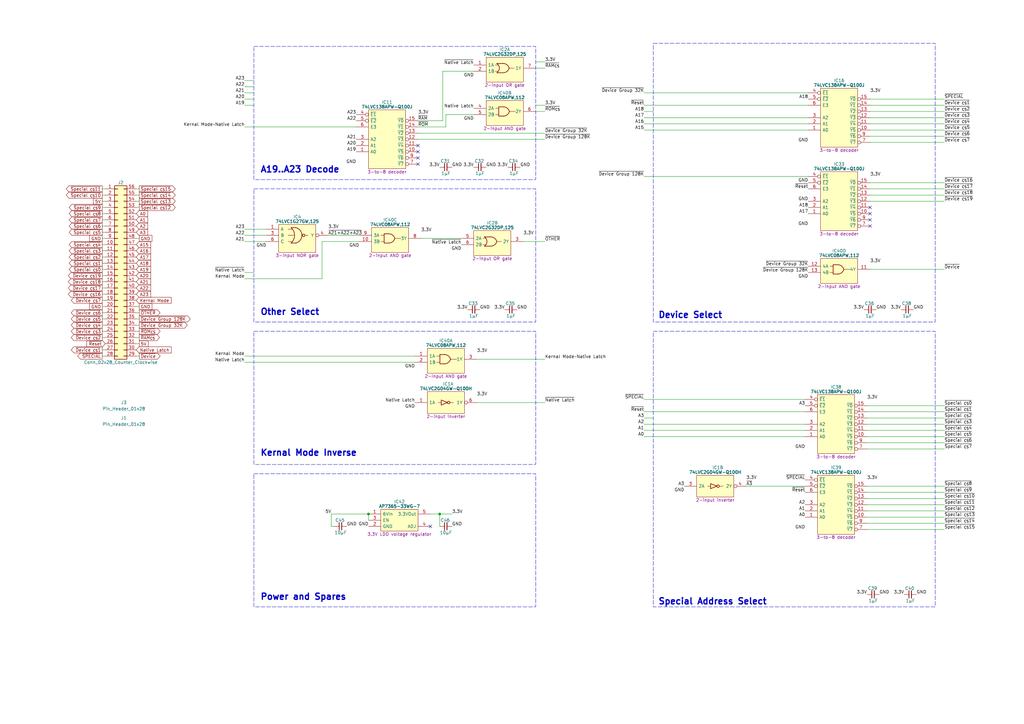
<source format=kicad_sch>
(kicad_sch (version 20231120) (generator "eeschema") (generator_version "8.0")
  (paper "A3")
  (title_block (title "MPU Address Decode") (date "2024-02-13") (rev "V1"))
  (lib_symbols
    (symbol "Connector_Generic:Conn_02x28_Counter_Clockwise" (pin_names (offset 1.016) hide)
      (property "Reference" "J" (at 1.27 35.56 0))
      (property "Value" "Conn_02x28_Counter_Clockwise" (at 1.27 -38.1 0))
      (symbol "Conn_02x28_Counter_Clockwise_1_1"
        (pin passive line (at -5.08 33.02 0) (length 3.81) (name "Pin_1") (number "1"))
        (pin passive line (at -5.08 10.16 0) (length 3.81) (name "Pin_10") (number "10"))
        (pin passive line (at -5.08 7.62 0) (length 3.81) (name "Pin_11") (number "11"))
        (pin passive line (at -5.08 5.08 0) (length 3.81) (name "Pin_12") (number "12"))
        (pin passive line (at -5.08 2.54 0) (length 3.81) (name "Pin_13") (number "13"))
        (pin passive line (at -5.08 0 0) (length 3.81) (name "Pin_14") (number "14"))
        (pin passive line (at -5.08 -2.54 0) (length 3.81) (name "Pin_15") (number "15"))
        (pin passive line (at -5.08 -5.08 0) (length 3.81) (name "Pin_16") (number "16"))
        (pin passive line (at -5.08 -7.62 0) (length 3.81) (name "Pin_17") (number "17"))
        (pin passive line (at -5.08 -10.16 0) (length 3.81) (name "Pin_18") (number "18"))
        (pin passive line (at -5.08 -12.7 0) (length 3.81) (name "Pin_19") (number "19"))
        (pin passive line (at -5.08 30.48 0) (length 3.81) (name "Pin_2") (number "2"))
        (pin passive line (at -5.08 -15.24 0) (length 3.81) (name "Pin_20") (number "20"))
        (pin passive line (at -5.08 -17.78 0) (length 3.81) (name "Pin_21") (number "21"))
        (pin passive line (at -5.08 -20.32 0) (length 3.81) (name "Pin_22") (number "22"))
        (pin passive line (at -5.08 -22.86 0) (length 3.81) (name "Pin_23") (number "23"))
        (pin passive line (at -5.08 -25.4 0) (length 3.81) (name "Pin_24") (number "24"))
        (pin passive line (at -5.08 -27.94 0) (length 3.81) (name "Pin_25") (number "25"))
        (pin passive line (at -5.08 -30.48 0) (length 3.81) (name "Pin_26") (number "26"))
        (pin passive line (at -5.08 -33.02 0) (length 3.81) (name "Pin_27") (number "27"))
        (pin passive line (at -5.08 -35.56 0) (length 3.81) (name "Pin_28") (number "28"))
        (pin passive line (at 7.62 -35.56 180) (length 3.81) (name "Pin_29") (number "29"))
        (pin passive line (at -5.08 27.94 0) (length 3.81) (name "Pin_3") (number "3"))
        (pin passive line (at 7.62 -33.02 180) (length 3.81) (name "Pin_30") (number "30"))
        (pin passive line (at 7.62 -30.48 180) (length 3.81) (name "Pin_31") (number "31"))
        (pin passive line (at 7.62 -27.94 180) (length 3.81) (name "Pin_32") (number "32"))
        (pin passive line (at 7.62 -25.4 180) (length 3.81) (name "Pin_33") (number "33"))
        (pin passive line (at 7.62 -22.86 180) (length 3.81) (name "Pin_34") (number "34"))
        (pin passive line (at 7.62 -20.32 180) (length 3.81) (name "Pin_35") (number "35"))
        (pin passive line (at 7.62 -17.78 180) (length 3.81) (name "Pin_36") (number "36"))
        (pin passive line (at 7.62 -15.24 180) (length 3.81) (name "Pin_37") (number "37"))
        (pin passive line (at 7.62 -12.7 180) (length 3.81) (name "Pin_38") (number "38"))
        (pin passive line (at 7.62 -10.16 180) (length 3.81) (name "Pin_39") (number "39"))
        (pin passive line (at -5.08 25.4 0) (length 3.81) (name "Pin_4") (number "4"))
        (pin passive line (at 7.62 -7.62 180) (length 3.81) (name "Pin_40") (number "40"))
        (pin passive line (at 7.62 -5.08 180) (length 3.81) (name "Pin_41") (number "41"))
        (pin passive line (at 7.62 -2.54 180) (length 3.81) (name "Pin_42") (number "42"))
        (pin passive line (at 7.62 0 180) (length 3.81) (name "Pin_43") (number "43"))
        (pin passive line (at 7.62 2.54 180) (length 3.81) (name "Pin_44") (number "44"))
        (pin passive line (at 7.62 5.08 180) (length 3.81) (name "Pin_45") (number "45"))
        (pin passive line (at 7.62 7.62 180) (length 3.81) (name "Pin_46") (number "46"))
        (pin passive line (at 7.62 10.16 180) (length 3.81) (name "Pin_47") (number "47"))
        (pin passive line (at 7.62 12.7 180) (length 3.81) (name "Pin_48") (number "48"))
        (pin passive line (at 7.62 15.24 180) (length 3.81) (name "Pin_49") (number "49"))
        (pin passive line (at -5.08 22.86 0) (length 3.81) (name "Pin_5") (number "5"))
        (pin passive line (at 7.62 17.78 180) (length 3.81) (name "Pin_50") (number "50"))
        (pin passive line (at 7.62 20.32 180) (length 3.81) (name "Pin_51") (number "51"))
        (pin passive line (at 7.62 22.86 180) (length 3.81) (name "Pin_52") (number "52"))
        (pin passive line (at 7.62 25.4 180) (length 3.81) (name "Pin_53") (number "53"))
        (pin passive line (at 7.62 27.94 180) (length 3.81) (name "Pin_54") (number "54"))
        (pin passive line (at 7.62 30.48 180) (length 3.81) (name "Pin_55") (number "55"))
        (pin passive line (at 7.62 33.02 180) (length 3.81) (name "Pin_56") (number "56"))
        (pin passive line (at -5.08 20.32 0) (length 3.81) (name "Pin_6") (number "6"))
        (pin passive line (at -5.08 17.78 0) (length 3.81) (name "Pin_7") (number "7"))
        (pin passive line (at -5.08 15.24 0) (length 3.81) (name "Pin_8") (number "8"))
        (pin passive line (at -5.08 12.7 0) (length 3.81) (name "Pin_9") (number "9"))
      )
    )
    (symbol "Diodes_Inc:AP7365-33WG-7" (pin_names (offset 0.762))
      (property "Reference" "IC" (at 12.7 5.08 0))
      (property "Value" "AP7365-33WG-7" (at 12.7 3.175 0))
      (property "Description" "3.3V LDO voltage regulator" (at 12.7 -8.255 0))
      (symbol "AP7365-33WG-7_0_0"
        (pin passive line (at 0 -5.08 0) (length 5.08) (name "GND") (number "2"))
        (pin input line (at 0 -2.54 0) (length 5.08) (name "EN") (number "3"))
        (pin passive line (at 25.4 -5.08 180) (length 5.08) (name "ADJ") (number "4"))
      )
      (symbol "AP7365-33WG-7_1_0"
        (pin passive line (at 0 0 0) (length 5.08) (name "6VIn") (number "1"))
        (pin passive line (at 25.4 0 180) (length 5.08) (name "3.3VOut") (number "5"))
      )
    )
    (symbol "HCP65:C_0805" (pin_numbers hide) (pin_names (offset 0.254) hide)
      (property "Reference" "C" (at 2.286 2.54 0))
      (property "Value" "?μF" (at 2.54 -2.54 0))
      (symbol "C_0805_1_1"
        (pin passive line (at 0 0 0) (length 2.032) (name "~") (number "1"))
        (pin passive line (at 5.08 0 180) (length 2.032) (name "~") (number "2"))
      )
    )
    (symbol "HCP65:Pin_Header_01x32" (pin_names (offset 1.016) hide)
      (property "Reference" "J" (at 0 1.27 0))
      (property "Value" "Pin_Header_01x32" (at 0 -1.27 0))
    )
    (symbol "Nexperia:74LVC08APW,112_Multi" (pin_names (offset 0.762))
      (property "Reference" "IC" (at 12.7 6.35 0))
      (property "Value" "74LVC08APW,112" (at 12.7 4.445 0))
      (property "Description" "2-input AND gate" (at 12.7 -8.255 0))
      (symbol "74LVC08APW,112_Multi_0_0"
        (pin passive line (at 25.4 1.27 180) (length 5.08) hide (name "3V") (number "14"))
        (pin passive line (at 0 -5.08 0) (length 5.08) hide (name "GND") (number "7"))
      )
      (symbol "74LVC08APW,112_Multi_1_0"
        (pin input line (at 0 0 0) (length 5.08) (name "1A") (number "1"))
        (pin input line (at 0 -2.54 0) (length 5.08) (name "1B") (number "2"))
        (pin passive line (at 25.4 -1.27 180) (length 5.08) (name "1Y") (number "3"))
      )
      (symbol "74LVC08APW,112_Multi_2_0"
        (pin input line (at 0 0 0) (length 5.08) (name "2A") (number "4"))
        (pin input line (at 0 -2.54 0) (length 5.08) (name "2B") (number "5"))
        (pin output line (at 25.4 -1.27 180) (length 5.08) (name "2Y") (number "6"))
      )
      (symbol "74LVC08APW,112_Multi_3_0"
        (pin input line (at 0 -2.54 0) (length 5.08) (name "3B") (number "10"))
        (pin output line (at 25.4 -1.27 180) (length 5.08) (name "3Y") (number "8"))
        (pin input line (at 0 0 0) (length 5.08) (name "3A") (number "9"))
      )
      (symbol "74LVC08APW,112_Multi_4_0"
        (pin output line (at 25.4 -1.27 180) (length 5.08) (name "4Y") (number "11"))
        (pin input line (at 0 0 0) (length 5.08) (name "4A") (number "12"))
        (pin input line (at 0 -2.54 0) (length 5.08) (name "4B") (number "13"))
      )
    )
    (symbol "Nexperia:74LVC138APW-Q100J" (pin_names (offset 0.762))
      (property "Reference" "IC" (at 12.7 3.175 0))
      (property "Value" "74LVC138APW-Q100J" (at 12.7 1.27 0))
      (property "Description" "3-to-8 decoder" (at 12.7 -25.4 0))
      (symbol "74LVC138APW-Q100J_0_0"
        (pin input line (at 0 -17.145 0) (length 5.08) (name "A0") (number "1"))
        (pin output inverted (at 25.4 -17.145 180) (length 5.08) (name "~{Y5}") (number "10"))
        (pin output inverted (at 25.4 -14.605 180) (length 5.08) (name "~{Y4}") (number "11"))
        (pin output inverted (at 25.4 -12.065 180) (length 5.08) (name "~{Y3}") (number "12"))
        (pin output inverted (at 25.4 -9.525 180) (length 5.08) (name "~{Y2}") (number "13"))
        (pin output inverted (at 25.4 -6.985 180) (length 5.08) (name "~{Y1}") (number "14"))
        (pin output inverted (at 25.4 -4.445 180) (length 5.08) (name "~{Y0}") (number "15"))
        (pin passive line (at 25.4 -1.905 180) (length 5.08) hide (name "3V") (number "16"))
        (pin input line (at 0 -14.605 0) (length 5.08) (name "A1") (number "2"))
        (pin input line (at 0 -12.065 0) (length 5.08) (name "A2") (number "3"))
        (pin input line (at 0 -6.985 0) (length 5.08) (name "E3") (number "6"))
        (pin output inverted (at 25.4 -22.225 180) (length 5.08) (name "~{Y7}") (number "7"))
        (pin passive line (at 0 -22.225 0) (length 5.08) hide (name "GND") (number "8"))
        (pin output inverted (at 25.4 -19.685 180) (length 5.08) (name "~{Y6}") (number "9"))
      )
      (symbol "74LVC138APW-Q100J_1_0"
        (pin input inverted (at 0 -1.905 0) (length 5.08) (name "~{E1}") (number "4"))
        (pin input inverted (at 0 -4.445 0) (length 5.08) (name "~{E2}") (number "5"))
      )
    )
    (symbol "Nexperia:74LVC1G27GW,125" (pin_names (offset 0.762))
      (property "Reference" "IC" (at 12.7 5.08 0))
      (property "Value" "74LVC1G27GW,125" (at 12.7 3.175 0))
      (property "Description" "3-input NOR gate" (at 12.7 -10.795 0))
      (symbol "74LVC1G27GW,125_0_0"
        (pin input line (at 0 0 0) (length 5.08) (name "A") (number "1"))
        (pin passive line (at 0 -7.62 0) (length 5.08) hide (name "GND") (number "2"))
        (pin input line (at 0 -2.54 0) (length 5.08) (name "B") (number "3"))
        (pin passive line (at 25.4 0 180) (length 5.08) hide (name "3V") (number "5"))
        (pin input line (at 0 -5.08 0) (length 5.08) (name "C") (number "6"))
      )
      (symbol "74LVC1G27GW,125_1_0"
        (pin output inverted (at 25.4 -2.54 180) (length 5.08) (name "Y") (number "4"))
      )
    )
    (symbol "Nexperia:74LVC2G04GW-Q100H_Multi" (pin_names (offset 0.762))
      (property "Reference" "IC" (at 11.43 7.62 0))
      (property "Value" "74LVC2G04GW-Q100H" (at 12.7 5.715 0))
      (property "Description" "2-input inverter" (at 12.7 -5.715 0))
      (symbol "74LVC2G04GW-Q100H_Multi_0_0"
        (pin passive line (at 0 -2.54 0) (length 5.08) hide (name "GND") (number "2"))
        (pin passive line (at 25.4 2.54 180) (length 5.08) hide (name "3V") (number "5"))
      )
      (symbol "74LVC2G04GW-Q100H_Multi_1_0"
        (pin input line (at 0 0 0) (length 5.08) (name "1A") (number "1"))
        (pin output inverted (at 25.4 0 180) (length 5.08) (name "1Y") (number "6"))
      )
      (symbol "74LVC2G04GW-Q100H_Multi_2_0"
        (pin input line (at 0 0 0) (length 5.08) (name "2A") (number "3"))
        (pin output inverted (at 25.4 0 180) (length 5.08) (name "2Y") (number "4"))
      )
    )
    (symbol "Nexperia:74LVC2G32DP,125_Multi" (pin_names (offset 0.762))
      (property "Reference" "IC" (at 12.7 6.35 0))
      (property "Value" "74LVC2G32DP,125" (at 12.7 4.445 0))
      (property "Description" "2-input OR gate" (at 12.7 -8.255 0))
      (symbol "74LVC2G32DP,125_Multi_0_0"
        (pin passive line (at 0 -5.08 0) (length 5.08) hide (name "GND") (number "4"))
        (pin passive line (at 25.4 1.27 180) (length 5.08) hide (name "VCC") (number "8"))
      )
      (symbol "74LVC2G32DP,125_Multi_1_0"
        (pin input line (at 0 0 0) (length 5.08) (name "1A") (number "1"))
        (pin input line (at 0 -2.54 0) (length 5.08) (name "1B") (number "2"))
        (pin output line (at 25.4 -1.27 180) (length 5.08) (name "1Y") (number "7"))
      )
      (symbol "74LVC2G32DP,125_Multi_2_0"
        (pin output line (at 25.4 -1.27 180) (length 5.08) (name "2Y") (number "3"))
        (pin input line (at 0 0 0) (length 5.08) (name "2A") (number "5"))
        (pin input line (at 0 -2.54 0) (length 5.08) (name "2B") (number "6"))
      )
    )
  )
  (junction (at 151.13 210.82))
  (junction (at 180.34 210.82))
  (no_connect (at 356.87 85.09))
  (no_connect (at 176.53 215.9))
  (no_connect (at 171.45 64.77))
  (no_connect (at 356.87 87.63))
  (no_connect (at 171.45 59.69))
  (no_connect (at 171.45 67.31))
  (no_connect (at 356.87 90.17))
  (no_connect (at 171.45 62.23))
  (no_connect (at 356.87 92.71))
  (wire (pts (xy 387.35 80.01) (xy 356.87 80.01)))
  (wire (pts (xy 100.33 93.98) (xy 109.22 93.98)))
  (wire (pts (xy 100.33 43.18) (xy 104.14 43.18)))
  (wire (pts (xy 57.15 97.79) (xy 55.88 97.79)))
  (wire (pts (xy 41.91 92.71) (xy 43.18 92.71)))
  (wire (pts (xy 57.15 130.81) (xy 55.88 130.81)))
  (wire (pts (xy 172.72 97.79) (xy 189.23 97.79)))
  (wire (pts (xy 264.16 45.72) (xy 267.97 45.72)))
  (wire (pts (xy 100.33 38.1) (xy 104.14 38.1)))
  (wire (pts (xy 387.35 50.8) (xy 356.87 50.8)))
  (wire (pts (xy 223.52 99.06) (xy 214.63 99.06)))
  (wire (pts (xy 41.91 95.25) (xy 43.18 95.25)))
  (wire (pts (xy 387.35 173.99) (xy 355.6 173.99)))
  (wire (pts (xy 387.35 176.53) (xy 355.6 176.53)))
  (wire (pts (xy 387.35 48.26) (xy 356.87 48.26)))
  (wire (pts (xy 387.35 214.63) (xy 355.6 214.63)))
  (wire (pts (xy 135.89 215.9) (xy 137.16 215.9)))
  (wire (pts (xy 387.35 55.88) (xy 356.87 55.88)))
  (wire (pts (xy 264.16 168.91) (xy 330.2 168.91)))
  (wire (pts (xy 41.91 113.03) (xy 43.18 113.03)))
  (wire (pts (xy 41.91 110.49) (xy 43.18 110.49)))
  (wire (pts (xy 41.91 115.57) (xy 43.18 115.57)))
  (wire (pts (xy 387.35 217.17) (xy 355.6 217.17)))
  (wire (pts (xy 264.16 179.07) (xy 330.2 179.07)))
  (wire (pts (xy 387.35 199.39) (xy 355.6 199.39)))
  (wire (pts (xy 151.13 210.82) (xy 151.13 213.36)))
  (wire (pts (xy 41.91 107.95) (xy 43.18 107.95)))
  (wire (pts (xy 387.35 168.91) (xy 355.6 168.91)))
  (wire (pts (xy 387.35 45.72) (xy 356.87 45.72)))
  (wire (pts (xy 57.15 82.55) (xy 55.88 82.55)))
  (wire (pts (xy 57.15 135.89) (xy 55.88 135.89)))
  (wire (pts (xy 100.33 40.64) (xy 104.14 40.64)))
  (wire (pts (xy 57.15 85.09) (xy 55.88 85.09)))
  (wire (pts (xy 41.91 102.87) (xy 43.18 102.87)))
  (wire (pts (xy 171.45 49.53) (xy 181.61 49.53)))
  (wire (pts (xy 195.58 165.1) (xy 223.52 165.1)))
  (wire (pts (xy 387.35 82.55) (xy 356.87 82.55)))
  (wire (pts (xy 100.33 148.59) (xy 170.18 148.59)))
  (wire (pts (xy 100.33 35.56) (xy 104.14 35.56)))
  (wire (pts (xy 100.33 114.3) (xy 132.08 114.3)))
  (wire (pts (xy 41.91 87.63) (xy 43.18 87.63)))
  (wire (pts (xy 264.16 53.34) (xy 331.47 53.34)))
  (wire (pts (xy 135.89 210.82) (xy 135.89 215.9)))
  (wire (pts (xy 264.16 72.39) (xy 331.47 72.39)))
  (wire (pts (xy 41.91 85.09) (xy 43.18 85.09)))
  (wire (pts (xy 41.91 97.79) (xy 43.18 97.79)))
  (wire (pts (xy 41.91 118.11) (xy 43.18 118.11)))
  (wire (pts (xy 171.45 54.61) (xy 223.52 54.61)))
  (wire (pts (xy 223.52 147.32) (xy 195.58 147.32)))
  (wire (pts (xy 57.15 146.05) (xy 55.88 146.05)))
  (wire (pts (xy 264.16 171.45) (xy 267.97 171.45)))
  (wire (pts (xy 264.16 50.8) (xy 331.47 50.8)))
  (wire (pts (xy 180.34 215.9) (xy 180.34 210.82)))
  (wire (pts (xy 41.91 120.65) (xy 43.18 120.65)))
  (wire (pts (xy 387.35 212.09) (xy 355.6 212.09)))
  (wire (pts (xy 57.15 128.27) (xy 55.88 128.27)))
  (wire (pts (xy 223.52 45.72) (xy 219.71 45.72)))
  (wire (pts (xy 171.45 52.07) (xy 182.88 52.07)))
  (wire (pts (xy 180.34 210.82) (xy 185.42 210.82)))
  (wire (pts (xy 57.15 77.47) (xy 55.88 77.47)))
  (wire (pts (xy 264.16 163.83) (xy 330.2 163.83)))
  (wire (pts (xy 387.35 40.64) (xy 356.87 40.64)))
  (wire (pts (xy 41.91 133.35) (xy 43.18 133.35)))
  (wire (pts (xy 176.53 210.82) (xy 180.34 210.82)))
  (wire (pts (xy 264.16 173.99) (xy 330.2 173.99)))
  (wire (pts (xy 57.15 125.73) (xy 55.88 125.73)))
  (wire (pts (xy 387.35 77.47) (xy 356.87 77.47)))
  (wire (pts (xy 41.91 128.27) (xy 43.18 128.27)))
  (wire (pts (xy 41.91 125.73) (xy 43.18 125.73)))
  (wire (pts (xy 181.61 29.21) (xy 181.61 49.53)))
  (wire (pts (xy 182.88 46.99) (xy 182.88 52.07)))
  (wire (pts (xy 57.15 133.35) (xy 55.88 133.35)))
  (wire (pts (xy 41.91 90.17) (xy 43.18 90.17)))
  (wire (pts (xy 387.35 201.93) (xy 355.6 201.93)))
  (wire (pts (xy 387.35 179.07) (xy 355.6 179.07)))
  (wire (pts (xy 182.88 46.99) (xy 194.31 46.99)))
  (wire (pts (xy 387.35 181.61) (xy 355.6 181.61)))
  (wire (pts (xy 387.35 43.18) (xy 356.87 43.18)))
  (wire (pts (xy 223.52 43.18) (xy 219.71 43.18)))
  (wire (pts (xy 41.91 138.43) (xy 43.18 138.43)))
  (wire (pts (xy 100.33 52.07) (xy 146.05 52.07)))
  (wire (pts (xy 41.91 143.51) (xy 43.18 143.51)))
  (wire (pts (xy 387.35 171.45) (xy 355.6 171.45)))
  (wire (pts (xy 100.33 99.06) (xy 109.22 99.06)))
  (wire (pts (xy 41.91 123.19) (xy 43.18 123.19)))
  (wire (pts (xy 306.07 199.39) (xy 330.2 199.39)))
  (wire (pts (xy 41.91 82.55) (xy 43.18 82.55)))
  (wire (pts (xy 171.45 57.15) (xy 223.52 57.15)))
  (wire (pts (xy 264.16 43.18) (xy 331.47 43.18)))
  (wire (pts (xy 57.15 138.43) (xy 55.88 138.43)))
  (wire (pts (xy 264.16 38.1) (xy 331.47 38.1)))
  (wire (pts (xy 100.33 111.76) (xy 104.14 111.76)))
  (wire (pts (xy 387.35 184.15) (xy 355.6 184.15)))
  (wire (pts (xy 57.15 140.97) (xy 55.88 140.97)))
  (wire (pts (xy 181.61 29.21) (xy 194.31 29.21)))
  (wire (pts (xy 41.91 77.47) (xy 43.18 77.47)))
  (wire (pts (xy 387.35 204.47) (xy 355.6 204.47)))
  (wire (pts (xy 100.33 96.52) (xy 109.22 96.52)))
  (wire (pts (xy 57.15 80.01) (xy 55.88 80.01)))
  (wire (pts (xy 387.35 58.42) (xy 356.87 58.42)))
  (wire (pts (xy 387.35 207.01) (xy 355.6 207.01)))
  (wire (pts (xy 100.33 33.02) (xy 104.14 33.02)))
  (wire (pts (xy 41.91 135.89) (xy 43.18 135.89)))
  (wire (pts (xy 41.91 105.41) (xy 43.18 105.41)))
  (wire (pts (xy 387.35 53.34) (xy 356.87 53.34)))
  (wire (pts (xy 132.08 114.3) (xy 132.08 99.06)))
  (wire (pts (xy 223.52 27.94) (xy 219.71 27.94)))
  (wire (pts (xy 264.16 176.53) (xy 330.2 176.53)))
  (wire (pts (xy 41.91 130.81) (xy 43.18 130.81)))
  (wire (pts (xy 41.91 146.05) (xy 43.18 146.05)))
  (wire (pts (xy 387.35 209.55) (xy 355.6 209.55)))
  (wire (pts (xy 264.16 48.26) (xy 331.47 48.26)))
  (wire (pts (xy 41.91 80.01) (xy 43.18 80.01)))
  (wire (pts (xy 41.91 100.33) (xy 43.18 100.33)))
  (wire (pts (xy 100.33 146.05) (xy 170.18 146.05)))
  (wire (pts (xy 387.35 166.37) (xy 355.6 166.37)))
  (wire (pts (xy 134.62 96.52) (xy 147.32 96.52)))
  (wire (pts (xy 223.52 25.4) (xy 219.71 25.4)))
  (wire (pts (xy 387.35 74.93) (xy 356.87 74.93)))
  (wire (pts (xy 132.08 99.06) (xy 147.32 99.06)))
  (wire (pts (xy 387.35 110.49) (xy 356.87 110.49)))
  (wire (pts (xy 135.89 210.82) (xy 151.13 210.82)))
  (rectangle (start 104.14 19.05) (end 219.71 73.66) (stroke (width 0) (type dash)))
  (rectangle (start 267.97 135.89) (end 383.54 248.92) (stroke (width 0) (type dash)))
  (rectangle (start 104.14 194.31) (end 219.71 248.92) (stroke (width 0) (type dash)))
  (rectangle (start 104.14 135.89) (end 219.71 190.5) (stroke (width 0) (type dash)))
  (rectangle (start 267.97 17.78) (end 383.54 132.08) (stroke (width 0) (type dash)))
  (rectangle (start 104.14 77.47) (end 219.71 132.08) (stroke (width 0) (type dash)))
  (text "Other Select" (at 106.68 129.54 0) (effects (font (size 2.54 2.54) (thickness 0.508) (bold yes)) (justify left bottom)))
  (text "Special Address Select" (at 269.875 248.285 0) (effects (font (size 2.54 2.54) (thickness 0.508) (bold yes)) (justify left bottom)))
  (text "Device Select" (at 269.875 130.81 0) (effects (font (size 2.54 2.54) (thickness 0.508) (bold yes)) (justify left bottom)))
  (text "Kernal Mode Inverse" (at 106.68 187.325 0) (effects (font (size 2.54 2.54) (thickness 0.508) (bold yes)) (justify left bottom)))
  (text "Power and Spares" (at 106.68 246.38 0) (effects (font (size 2.54 2.54) (thickness 0.508) (bold yes)) (justify left bottom)))
  (text "A19..A23 Decode" (at 106.68 71.12 0) (effects (font (size 2.54 2.54) (thickness 0.508) (bold yes)) (justify left bottom)))
  (label "GND" (at 331.47 74.93 180))
  (label "~{Reset}" (at 264.16 168.91 180))
  (label "~{Special _{CS}0}" (at 387.35 166.37 0))
  (label "~{Device Group 32K}" (at 331.47 109.22 180))
  (label "~{Special _{CS}1}" (at 387.35 168.91 0))
  (label "3.3V" (at 208.28 68.58 180))
  (label "A3" (at 330.2 166.37 180))
  (label "GND" (at 170.18 151.13 180))
  (label "~{Device}" (at 387.35 110.49 0))
  (label "3.3V" (at 370.84 243.84 180))
  (label "~{Device _{CS}3}" (at 387.35 48.26 0))
  (label "~{Special _{CS}2}" (at 387.35 171.45 0))
  (label "~{Special _{CS}6}" (at 387.35 181.61 0))
  (label "~{SPECIAL}" (at 264.16 163.83 180))
  (label "GND" (at 146.05 67.31 180))
  (label "A19" (at 146.05 62.23 180))
  (label "A15" (at 264.16 53.34 180))
  (label "A22" (at 100.33 35.56 180))
  (label "~{Device _{CS}6}" (at 387.35 55.88 0))
  (label "3.3V" (at 207.01 127 180))
  (label "GND" (at 360.68 243.84 0))
  (label "3.3V" (at 369.57 127 180))
  (label "A19" (at 100.33 43.18 180))
  (label "Native Latch" (at 194.31 44.45 180))
  (label "GND" (at 374.65 127 0))
  (label "A1" (at 264.16 176.53 180))
  (label "~{Native Latch}" (at 194.31 26.67 180))
  (label "3.3V" (at 354.33 127 180))
  (label "A20" (at 100.33 40.64 180))
  (label "~{Reset}" (at 264.16 43.18 180))
  (label "~{Special _{CS}14}" (at 387.35 214.63 0))
  (label "GND" (at 185.42 68.58 0))
  (label "~{Device _{CS}18}" (at 387.35 80.01 0))
  (label "A18" (at 331.47 40.64 180))
  (label "A21" (at 100.33 38.1 180))
  (label "~{Special _{CS}10}" (at 387.35 204.47 0))
  (label "~{ROM}" (at 171.45 52.07 0))
  (label "GND" (at 212.09 127 0))
  (label "GND" (at 331.47 58.42 180))
  (label "A22" (at 100.33 96.52 180))
  (label "3.3V" (at 356.87 72.39 0))
  (label "~{Device _{CS}2}" (at 387.35 45.72 0))
  (label "~{Device Group 128K}" (at 223.52 57.15 0))
  (label "~{Native Latch}" (at 100.33 111.76 180))
  (label "3.3V" (at 355.6 163.83 0))
  (label "3.3V" (at 134.62 93.98 0))
  (label "Kernal Mode·Native Latch" (at 100.33 52.07 180))
  (label "~{Special _{CS}3}" (at 387.35 173.99 0))
  (label "3.3V" (at 214.63 96.52 0))
  (label "A3" (at 264.16 171.45 180))
  (label "GND" (at 331.47 92.71 180))
  (label "~{Device Group 32K}" (at 264.16 38.1 180))
  (label "GND" (at 330.2 217.17 180))
  (label "~{Special _{CS}9}" (at 387.35 201.93 0))
  (label "3.3V" (at 223.52 25.4 0))
  (label "3.3V" (at 185.42 210.82 0))
  (label "A23" (at 100.33 93.98 180))
  (label "3.3V" (at 195.58 162.56 0))
  (label "~{Device _{CS}4}" (at 387.35 50.8 0))
  (label "Kernal Mode" (at 100.33 146.05 180))
  (label "3.3V" (at 195.58 144.78 0))
  (label "~{Special _{CS}11}" (at 387.35 207.01 0))
  (label "~{Special _{CS}15}" (at 387.35 217.17 0))
  (label "~{Special _{CS}12}" (at 387.35 209.55 0))
  (label "GND" (at 194.31 31.75 180))
  (label "3.3V" (at 171.45 46.99 0))
  (label "A23" (at 146.05 46.99 180))
  (label "GND" (at 331.47 114.3 180))
  (label "~{Device _{CS}16}" (at 387.35 74.93 0))
  (label "~{SPECIAL}" (at 330.2 196.85 180))
  (label "~{Special _{CS}8}" (at 387.35 199.39 0))
  (label "3.3V" (at 223.52 43.18 0))
  (label "A2" (at 264.16 173.99 180))
  (label "~{Device _{CS}19}" (at 387.35 82.55 0))
  (label "A21" (at 146.05 57.15 180))
  (label "A21" (at 100.33 99.06 180))
  (label "GND" (at 185.42 215.9 0))
  (label "3.3V" (at 172.72 95.25 0))
  (label "GND" (at 196.85 127 0))
  (label "~{Special _{CS}13}" (at 387.35 212.09 0))
  (label "GND" (at 280.67 201.93 180))
  (label "A1" (at 330.2 209.55 180))
  (label "Kernal Mode·Native Latch" (at 223.52 147.32 0))
  (label "~{Reset}" (at 330.2 201.93 180))
  (label "~{A21+A22+A23}" (at 134.62 96.52 0))
  (label "3.3V" (at 191.77 127 180))
  (label "~{RAM}" (at 171.45 49.53 0))
  (label "~{Device Group 128K}" (at 331.47 111.76 180))
  (label "~{SPECIAL}" (at 387.35 40.64 0))
  (label "GND" (at 359.41 127 0))
  (label "GND" (at 170.18 167.64 180))
  (label "~{ROM_{CS}}" (at 223.52 45.72 0))
  (label "3.3V" (at 356.87 38.1 0))
  (label "A17" (at 331.47 87.63 180))
  (label "A2" (at 330.2 207.01 180))
  (label "GND" (at 375.92 243.84 0))
  (label "A22" (at 146.05 49.53 180))
  (label "3.3V" (at 355.6 196.85 0))
  (label "GND" (at 147.32 101.6 180))
  (label "~{Device Group 32K}" (at 223.52 54.61 0))
  (label "A0" (at 330.2 212.09 180))
  (label "A17" (at 264.16 48.26 180))
  (label "GND" (at 151.13 215.9 180))
  (label "A0" (at 264.16 179.07 180))
  (label "A23" (at 100.33 33.02 180))
  (label "~{OTHER}" (at 223.52 99.06 0))
  (label "~{Device _{CS}1}" (at 387.35 43.18 0))
  (label "3.3V" (at 356.87 107.95 0))
  (label "GND" (at 331.47 82.55 180))
  (label "~{Native Latch}" (at 189.23 100.33 180))
  (label "~{Special _{CS}7}" (at 387.35 184.15 0))
  (label "~{Special _{CS}5}" (at 387.35 179.07 0))
  (label "GND" (at 189.23 102.87 180))
  (label "A20" (at 146.05 59.69 180))
  (label "Kernal Mode" (at 100.33 114.3 180))
  (label "~{RAM_{CS}}" (at 223.52 27.94 0))
  (label "A3" (at 280.67 199.39 180))
  (label "5V" (at 135.89 210.82 180))
  (label "~{Device _{CS}5}" (at 387.35 53.34 0))
  (label "GND" (at 194.31 49.53 180))
  (label "3.3V" (at 355.6 243.84 180))
  (label "3.3V" (at 180.34 68.58 180))
  (label "A18" (at 264.16 45.72 180))
  (label "~{Device _{CS}17}" (at 387.35 77.47 0))
  (label "A16" (at 264.16 50.8 180))
  (label "Native Latch" (at 170.18 165.1 180))
  (label "~{Special _{CS}4}" (at 387.35 176.53 0))
  (label "~{Reset}" (at 331.47 77.47 180))
  (label "~{Device Group 128K}" (at 264.16 72.39 180))
  (label "~{Device _{CS}7}" (at 387.35 58.42 0))
  (label "GND" (at 142.24 215.9 0))
  (label "GND" (at 199.39 68.58 0))
  (label "3.3V" (at 306.07 196.85 0))
  (label "A18" (at 331.47 85.09 180))
  (label "Native Latch" (at 100.33 148.59 180))
  (label "GND" (at 330.2 184.15 180))
  (label "3.3V" (at 194.31 68.58 180))
  (label "~{Native Latch}" (at 223.52 165.1 0))
  (label "GND" (at 109.22 101.6 180))
  (label "GND" (at 213.36 68.58 0))
  (label "~{A3}" (at 306.07 199.39 0))
  (global_label "GND" (shape passive) (at 57.15 97.79 0) (property "Intersheetrefs" "${INTERSHEET_REFS}" (effects (hide yes))))
  (global_label "A3" (shape input) (at 55.88 95.25 0) (property "Intersheetrefs" "${INTERSHEET_REFS}" (effects (hide yes))))
  (global_label "~{Device _{CS}18}" (shape output) (at 41.91 115.57 180) (property "Intersheetrefs" "${INTERSHEET_REFS}" (effects (hide yes))))
  (global_label "~{Device _{CS}16}" (shape output) (at 41.91 120.65 180) (property "Intersheetrefs" "${INTERSHEET_REFS}" (effects (hide yes))))
  (global_label "5V" (shape passive) (at 41.91 82.55 180) (property "Intersheetrefs" "${INTERSHEET_REFS}" (effects (hide yes))))
  (global_label "~{Device _{CS}19}" (shape output) (at 41.91 113.03 180) (property "Intersheetrefs" "${INTERSHEET_REFS}" (effects (hide yes))))
  (global_label "~{Device _{CS}7}" (shape output) (at 41.91 123.19 180) (property "Intersheetrefs" "${INTERSHEET_REFS}" (effects (hide yes))))
  (global_label "5V" (shape passive) (at 57.15 140.97 0) (property "Intersheetrefs" "${INTERSHEET_REFS}" (effects (hide yes))))
  (global_label "~{Device _{CS}4}" (shape output) (at 41.91 133.35 180) (property "Intersheetrefs" "${INTERSHEET_REFS}" (effects (hide yes))))
  (global_label "~{Special _{CS}11}" (shape output) (at 41.91 77.47 180) (property "Intersheetrefs" "${INTERSHEET_REFS}" (effects (hide yes))))
  (global_label "A20" (shape input) (at 55.88 113.03 0) (property "Intersheetrefs" "${INTERSHEET_REFS}" (effects (hide yes))))
  (global_label "~{Special _{CS}8}" (shape output) (at 41.91 87.63 180) (property "Intersheetrefs" "${INTERSHEET_REFS}" (effects (hide yes))))
  (global_label "A16" (shape input) (at 55.88 102.87 0) (property "Intersheetrefs" "${INTERSHEET_REFS}" (effects (hide yes))))
  (global_label "A0" (shape input) (at 55.88 87.63 0) (property "Intersheetrefs" "${INTERSHEET_REFS}" (effects (hide yes))))
  (global_label "~{Special _{CS}10}" (shape output) (at 41.91 80.01 180) (property "Intersheetrefs" "${INTERSHEET_REFS}" (effects (hide yes))))
  (global_label "A15" (shape input) (at 55.88 100.33 0) (property "Intersheetrefs" "${INTERSHEET_REFS}" (effects (hide yes))))
  (global_label "~{OTHER}" (shape output) (at 57.15 128.27 0) (property "Intersheetrefs" "${INTERSHEET_REFS}" (effects (hide yes))))
  (global_label "~{Device _{CS}1}" (shape output) (at 41.91 143.51 180) (property "Intersheetrefs" "${INTERSHEET_REFS}" (effects (hide yes))))
  (global_label "~{Device _{CS}2}" (shape output) (at 41.91 138.43 180) (property "Intersheetrefs" "${INTERSHEET_REFS}" (effects (hide yes))))
  (global_label "~{Special _{CS}2}" (shape output) (at 41.91 105.41 180) (property "Intersheetrefs" "${INTERSHEET_REFS}" (effects (hide yes))))
  (global_label "GND" (shape passive) (at 41.91 125.73 180) (property "Intersheetrefs" "${INTERSHEET_REFS}" (effects (hide yes))))
  (global_label "~{Device _{CS}17}" (shape output) (at 41.91 118.11 180) (property "Intersheetrefs" "${INTERSHEET_REFS}" (effects (hide yes))))
  (global_label "~{Special _{CS}12}" (shape output) (at 57.15 85.09 0) (property "Intersheetrefs" "${INTERSHEET_REFS}" (effects (hide yes))))
  (global_label "A17" (shape input) (at 55.88 105.41 0) (property "Intersheetrefs" "${INTERSHEET_REFS}" (effects (hide yes))))
  (global_label "A1" (shape input) (at 55.88 90.17 0) (property "Intersheetrefs" "${INTERSHEET_REFS}" (effects (hide yes))))
  (global_label "~{Special _{CS}15}" (shape output) (at 57.15 77.47 0) (property "Intersheetrefs" "${INTERSHEET_REFS}" (effects (hide yes))))
  (global_label "A21" (shape input) (at 55.88 115.57 0) (property "Intersheetrefs" "${INTERSHEET_REFS}" (effects (hide yes))))
  (global_label "~{Special _{CS}9}" (shape output) (at 41.91 85.09 180) (property "Intersheetrefs" "${INTERSHEET_REFS}" (effects (hide yes))))
  (global_label "~{Special _{CS}14}" (shape output) (at 57.15 80.01 0) (property "Intersheetrefs" "${INTERSHEET_REFS}" (effects (hide yes))))
  (global_label "A23" (shape input) (at 55.88 120.65 0) (property "Intersheetrefs" "${INTERSHEET_REFS}" (effects (hide yes))))
  (global_label "~{Device _{CS}6}" (shape output) (at 41.91 128.27 180) (property "Intersheetrefs" "${INTERSHEET_REFS}" (effects (hide yes))))
  (global_label "~{Special _{CS}4}" (shape output) (at 41.91 100.33 180) (property "Intersheetrefs" "${INTERSHEET_REFS}" (effects (hide yes))))
  (global_label "~{Device Group 32K}" (shape output) (at 57.15 133.35 0) (property "Intersheetrefs" "${INTERSHEET_REFS}" (effects (hide yes))))
  (global_label "~{Special _{CS}3}" (shape output) (at 41.91 102.87 180) (property "Intersheetrefs" "${INTERSHEET_REFS}" (effects (hide yes))))
  (global_label "A2" (shape input) (at 55.88 92.71 0) (property "Intersheetrefs" "${INTERSHEET_REFS}" (effects (hide yes))))
  (global_label "~{Special _{CS}13}" (shape output) (at 57.15 82.55 0) (property "Intersheetrefs" "${INTERSHEET_REFS}" (effects (hide yes))))
  (global_label "A18" (shape input) (at 55.88 107.95 0) (property "Intersheetrefs" "${INTERSHEET_REFS}" (effects (hide yes))))
  (global_label "A19" (shape input) (at 55.88 110.49 0) (property "Intersheetrefs" "${INTERSHEET_REFS}" (effects (hide yes))))
  (global_label "~{Device _{CS}5}" (shape output) (at 41.91 130.81 180) (property "Intersheetrefs" "${INTERSHEET_REFS}" (effects (hide yes))))
  (global_label "~{ROM_{CS}}" (shape output) (at 57.15 135.89 0) (property "Intersheetrefs" "${INTERSHEET_REFS}" (effects (hide yes))))
  (global_label "~{Special _{CS}7}" (shape output) (at 41.91 90.17 180) (property "Intersheetrefs" "${INTERSHEET_REFS}" (effects (hide yes))))
  (global_label "~{Device}" (shape output) (at 57.15 146.05 0) (property "Intersheetrefs" "${INTERSHEET_REFS}" (effects (hide yes))))
  (global_label "~{Reset}" (shape input) (at 43.18 140.97 180) (property "Intersheetrefs" "${INTERSHEET_REFS}" (effects (hide yes))))
  (global_label "~{Device Group 128K}" (shape output) (at 57.15 130.81 0) (property "Intersheetrefs" "${INTERSHEET_REFS}" (effects (hide yes))))
  (global_label "~{SPECIAL}" (shape output) (at 41.91 146.05 180) (property "Intersheetrefs" "${INTERSHEET_REFS}" (effects (hide yes))))
  (global_label "~{RAM_{CS}}" (shape output) (at 57.15 138.43 0) (property "Intersheetrefs" "${INTERSHEET_REFS}" (effects (hide yes))))
  (global_label "A22" (shape input) (at 55.88 118.11 0) (property "Intersheetrefs" "${INTERSHEET_REFS}" (effects (hide yes))))
  (global_label "~{Special _{CS}0}" (shape output) (at 41.91 110.49 180) (property "Intersheetrefs" "${INTERSHEET_REFS}" (effects (hide yes))))
  (global_label "~{Special _{CS}1}" (shape output) (at 41.91 107.95 180) (property "Intersheetrefs" "${INTERSHEET_REFS}" (effects (hide yes))))
  (global_label "Kernal Mode" (shape input) (at 55.88 123.19 0) (property "Intersheetrefs" "${INTERSHEET_REFS}" (effects (hide yes))))
  (global_label "~{Device _{CS}3}" (shape output) (at 41.91 135.89 180) (property "Intersheetrefs" "${INTERSHEET_REFS}" (effects (hide yes))))
  (global_label "GND" (shape passive) (at 41.91 97.79 180) (property "Intersheetrefs" "${INTERSHEET_REFS}" (effects (hide yes))))
  (global_label "~{Special _{CS}6}" (shape output) (at 41.91 92.71 180) (property "Intersheetrefs" "${INTERSHEET_REFS}" (effects (hide yes))))
  (global_label "GND" (shape passive) (at 57.15 125.73 0) (property "Intersheetrefs" "${INTERSHEET_REFS}" (effects (hide yes))))
  (global_label "Native Latch" (shape input) (at 55.88 143.51 0) (property "Intersheetrefs" "${INTERSHEET_REFS}" (effects (hide yes))))
  (global_label "~{Special _{CS}5}" (shape output) (at 41.91 95.25 180) (property "Intersheetrefs" "${INTERSHEET_REFS}" (effects (hide yes))))
  (symbol (lib_id "HCP65:C_0805") (at 194.31 68.58 0) (unit 1)
    (property "Reference" "C32" (at 196.596 66.04 0))
    (property "Value" "1μF" (at 196.85 71.12 0))
    (property "Footprint" "SamacSys_Parts:C_0805" (effects (hide yes)))
  )
  (symbol (lib_id "Nexperia:74LVC138APW-Q100J") (at 146.05 45.085 0) (unit 1)
    (property "Reference" "IC11" (at 158.75 41.91 0))
    (property "Value" "74LVC138APW-Q100J" (at 158.75 43.815 0) (effects (font (bold yes))))
    (property "Footprint" "SamacSys_Parts:SOP65P640X110-16N" (effects (hide yes)))
    (property "Datasheet" "https://assets.nexperia.com/documents/data-sheet/74LVC138A_Q100.pdf" (effects (hide yes)))
    (property "Description" "3-to-8 decoder" (at 158.75 70.485 0))
    (property "Height" "1.1" (effects (hide yes)))
    (property "Mouser Part Number" "771-74LVC138APWQ100J" (effects (hide yes)))
    (property "Mouser Price/Stock" "https://www.mouser.co.uk/ProductDetail/Nexperia/74LVC138APW-Q100J?qs=fi7yB2oewZnXKE82xo%252BhJQ%3D%3D" (effects (hide yes)))
    (property "Manufacturer_Name" "Nexperia" (effects (hide yes)))
    (property "Manufacturer_Part_Number" "74LVC138APW-Q100J" (effects (hide yes)))
    (property "Silkscreen" "74LVC138" (effects (hide yes)))
    (property "Garbage" "74LVC138A-Q100 - 3-to-8 line decoder/demultiplexer; inverting@en-us" (effects (hide yes)))
  )
  (symbol (lib_id "Nexperia:74LVC2G04GW-Q100H_Multi") (at 280.67 199.39 0) (unit 2)
    (property "Reference" "IC1" (at 292.1 191.77 0) (effects (justify left)))
    (property "Value" "74LVC2G04GW-Q100H" (at 293.37 193.675 0) (effects (font (bold yes))))
    (property "Footprint" "SamacSys_Parts:SOP65P210X110-6N" (effects (hide yes)))
    (property "Datasheet" "https://assets.nexperia.com/documents/data-sheet/74LVC2G04_Q100.pdf" (effects (hide yes)))
    (property "Description" "2-input inverter" (at 293.37 205.105 0))
    (property "Height" "1.1" (effects (hide yes)))
    (property "Manufacturer_Name" "Nexperia" (effects (hide yes)))
    (property "Manufacturer_Part_Number" "74LVC2G04GW-Q100H" (effects (hide yes)))
    (property "Mouser Part Number" "771-74LVC2G04GWQ100H" (effects (hide yes)))
    (property "Mouser Price/Stock" "https://www.mouser.co.uk/ProductDetail/Nexperia/74LVC2G04GW-Q100H?qs=Yna0arPQ0CQTXbBDVSrZqQ%3D%3D" (effects (hide yes)))
    (property "Silkscreen" "'2G04" (effects (hide yes)))
    (property "Garbage" "74LVC2G04-Q100 - Dual inverter@en-us" (effects (hide yes)))
  )
  (symbol (lib_id "Nexperia:74LVC08APW,112_Multi") (at 170.18 146.05 0) (unit 1)
    (property "Reference" "IC40" (at 182.88 139.7 0))
    (property "Value" "74LVC08APW,112" (at 182.88 141.605 0) (effects (font (bold yes))))
    (property "Footprint" "SamacSys_Parts:SOP65P640X110-14N" (effects (hide yes)))
    (property "Datasheet" "https://assets.nexperia.com/documents/data-sheet/74LVC08A.pdf" (effects (hide yes)))
    (property "Description" "2-input AND gate" (at 182.88 154.305 0))
    (property "Height" "1.1" (effects (hide yes)))
    (property "Manufacturer_Name" "Nexperia" (effects (hide yes)))
    (property "Manufacturer_Part_Number" "74LVC08APW,112" (effects (hide yes)))
    (property "Mouser Part Number" "771-74LVC08APW" (effects (hide yes)))
    (property "Mouser Price/Stock" "https://www.mouser.com/Search/Refine.aspx?Keyword=771-74LVC08APW" (effects (hide yes)))
    (property "Silkscreen" "74LVC08" (effects (hide yes)))
    (property "Garbage" "NXP 74LVC08APW,112, Quad 2-Input AND Logic Gate, 1.2  3.6 V, 14-Pin TSSOP" (effects (hide yes)))
  )
  (symbol (lib_id "HCP65:C_0805") (at 137.16 215.9 0) (unit 1)
    (property "Reference" "C45" (at 139.446 213.36 0))
    (property "Value" "10μF" (at 139.7 218.44 0))
    (property "Footprint" "SamacSys_Parts:C_0805" (effects (hide yes)))
  )
  (symbol (lib_id "Nexperia:74LVC2G32DP,125_Multi") (at 194.31 26.67 0) (unit 1)
    (property "Reference" "IC2" (at 207.01 20.32 0))
    (property "Value" "74LVC2G32DP,125" (at 207.01 22.225 0) (effects (font (bold yes))))
    (property "Footprint" "SamacSys_Parts:SOP65P400X110-8N" (effects (hide yes)))
    (property "Datasheet" "https://assets.nexperia.com/documents/data-sheet/74LVC2G32.pdf" (effects (hide yes)))
    (property "Description" "2-input OR gate" (at 207.01 34.925 0))
    (property "Height" "1.1" (effects (hide yes)))
    (property "Manufacturer_Name" "Nexperia" (effects (hide yes)))
    (property "Manufacturer_Part_Number" "74LVC2G32DP,125" (effects (hide yes)))
    (property "Mouser Part Number" "771-LVC2G32DP125" (effects (hide yes)))
    (property "Mouser Price/Stock" "https://www.mouser.co.uk/ProductDetail/Nexperia/74LVC2G32DP125?qs=me8TqzrmIYW%2FQ9dGbQTEYg%3D%3D" (effects (hide yes)))
    (property "Silkscreen" "'2G32" (effects (hide yes)))
    (property "Garbage" "Nexperia 74LVC2G32DP,125, Dual 2-Input OR Logic Gate, 8-Pin TSSOP" (effects (hide yes)))
  )
  (symbol (lib_id "HCP65:C_0805") (at 207.01 127 0) (unit 1)
    (property "Reference" "C35" (at 209.296 124.46 0))
    (property "Value" "1μF" (at 209.55 129.54 0))
    (property "Footprint" "SamacSys_Parts:C_0805" (effects (hide yes)))
  )
  (symbol (lib_id "Nexperia:74LVC138APW-Q100J") (at 330.2 194.945 0) (unit 1)
    (property "Reference" "IC39" (at 342.9 191.77 0))
    (property "Value" "74LVC138APW-Q100J" (at 342.9 193.675 0) (effects (font (bold yes))))
    (property "Footprint" "SamacSys_Parts:SOP65P640X110-16N" (effects (hide yes)))
    (property "Datasheet" "https://assets.nexperia.com/documents/data-sheet/74LVC138A_Q100.pdf" (effects (hide yes)))
    (property "Description" "3-to-8 decoder" (at 342.9 220.345 0))
    (property "Height" "1.1" (effects (hide yes)))
    (property "Mouser Part Number" "771-74LVC138APWQ100J" (effects (hide yes)))
    (property "Mouser Price/Stock" "https://www.mouser.co.uk/ProductDetail/Nexperia/74LVC138APW-Q100J?qs=fi7yB2oewZnXKE82xo%252BhJQ%3D%3D" (effects (hide yes)))
    (property "Manufacturer_Name" "Nexperia" (effects (hide yes)))
    (property "Manufacturer_Part_Number" "74LVC138APW-Q100J" (effects (hide yes)))
    (property "Silkscreen" "74LVC138" (effects (hide yes)))
    (property "Garbage" "74LVC138A-Q100 - 3-to-8 line decoder/demultiplexer; inverting@en-us" (effects (hide yes)))
  )
  (symbol (lib_id "HCP65:Pin_Header_01x32") (at 50.8 172.72 0) (unit 1)
    (property "Reference" "J1" (at 50.8 171.45 0))
    (property "Value" "Pin_Header_01x28" (at 50.8 173.99 0))
    (property "Footprint" "SamacSys_Parts:PinHeader_1x28_P2.54mm_Vertical" (effects (hide yes)))
  )
  (symbol (lib_id "Nexperia:74LVC08APW,112_Multi") (at 331.47 109.22 0) (unit 4)
    (property "Reference" "IC40" (at 344.17 102.87 0))
    (property "Value" "74LVC08APW,112" (at 344.17 104.775 0) (effects (font (bold yes))))
    (property "Footprint" "SamacSys_Parts:SOP65P640X110-14N" (effects (hide yes)))
    (property "Datasheet" "https://assets.nexperia.com/documents/data-sheet/74LVC08A.pdf" (effects (hide yes)))
    (property "Description" "2-input AND gate" (at 344.17 117.475 0))
    (property "Height" "1.1" (effects (hide yes)))
    (property "Manufacturer_Name" "Nexperia" (effects (hide yes)))
    (property "Manufacturer_Part_Number" "74LVC08APW,112" (effects (hide yes)))
    (property "Mouser Part Number" "771-74LVC08APW" (effects (hide yes)))
    (property "Mouser Price/Stock" "https://www.mouser.com/Search/Refine.aspx?Keyword=771-74LVC08APW" (effects (hide yes)))
    (property "Silkscreen" "74LVC08" (effects (hide yes)))
    (property "Garbage" "NXP 74LVC08APW,112, Quad 2-Input AND Logic Gate, 1.2  3.6 V, 14-Pin TSSOP" (effects (hide yes)))
  )
  (symbol (lib_id "HCP65:C_0805") (at 180.34 215.9 0) (unit 1)
    (property "Reference" "C46" (at 182.626 213.36 0))
    (property "Value" "10μF" (at 182.88 218.44 0))
    (property "Footprint" "SamacSys_Parts:C_0805" (effects (hide yes)))
  )
  (symbol (lib_id "HCP65:C_0805") (at 355.6 243.84 0) (unit 1)
    (property "Reference" "C39" (at 357.886 241.3 0))
    (property "Value" "1μF" (at 358.14 246.38 0))
    (property "Footprint" "SamacSys_Parts:C_0805" (effects (hide yes)))
  )
  (symbol (lib_id "Nexperia:74LVC1G27GW,125") (at 109.22 93.98 0) (unit 1)
    (property "Reference" "IC4" (at 121.92 88.9 0))
    (property "Value" "74LVC1G27GW,125" (at 121.92 90.805 0) (effects (font (bold yes))))
    (property "Footprint" "SamacSys_Parts:SOP65P210X110-6N" (effects (hide yes)))
    (property "Datasheet" "https://assets.nexperia.com/documents/data-sheet/74LVC1G27.pdf" (effects (hide yes)))
    (property "Description" "3-input NOR gate" (at 121.92 104.775 0))
    (property "Height" "1.1" (effects (hide yes)))
    (property "Mouser Part Number" "771-74LVC1G27GW125" (effects (hide yes)))
    (property "Mouser Price/Stock" "https://www.mouser.co.uk/ProductDetail/Nexperia/74LVC1G27GW125?qs=NQoTdinTi9Fjyw3yj%2FzFLA%3D%3D" (effects (hide yes)))
    (property "Manufacturer_Name" "Nexperia" (effects (hide yes)))
    (property "Manufacturer_Part_Number" "74LVC1G27GW,125" (effects (hide yes)))
    (property "Silkscreen" "'1G27" (effects (hide yes)))
    (property "Garbage" "74LVC1G27 - Single 3-input NOR gate@en-us" (effects (hide yes)))
  )
  (symbol (lib_id "Nexperia:74LVC08APW,112_Multi") (at 194.31 44.45 0) (unit 2)
    (property "Reference" "IC40" (at 207.01 38.1 0))
    (property "Value" "74LVC08APW,112" (at 207.01 40.005 0) (effects (font (bold yes))))
    (property "Footprint" "SamacSys_Parts:SOP65P640X110-14N" (effects (hide yes)))
    (property "Datasheet" "https://assets.nexperia.com/documents/data-sheet/74LVC08A.pdf" (effects (hide yes)))
    (property "Description" "2-input AND gate" (at 207.01 52.705 0))
    (property "Height" "1.1" (effects (hide yes)))
    (property "Manufacturer_Name" "Nexperia" (effects (hide yes)))
    (property "Manufacturer_Part_Number" "74LVC08APW,112" (effects (hide yes)))
    (property "Mouser Part Number" "771-74LVC08APW" (effects (hide yes)))
    (property "Mouser Price/Stock" "https://www.mouser.com/Search/Refine.aspx?Keyword=771-74LVC08APW" (effects (hide yes)))
    (property "Silkscreen" "74LVC08" (effects (hide yes)))
    (property "Garbage" "NXP 74LVC08APW,112, Quad 2-Input AND Logic Gate, 1.2  3.6 V, 14-Pin TSSOP" (effects (hide yes)))
  )
  (symbol (lib_id "HCP65:C_0805") (at 370.84 243.84 0) (unit 1)
    (property "Reference" "C40" (at 373.126 241.3 0))
    (property "Value" "1μF" (at 373.38 246.38 0))
    (property "Footprint" "SamacSys_Parts:C_0805" (effects (hide yes)))
  )
  (symbol (lib_id "HCP65:C_0805") (at 369.57 127 0) (unit 1)
    (property "Reference" "C38" (at 371.856 124.46 0))
    (property "Value" "1μF" (at 372.11 129.54 0))
    (property "Footprint" "SamacSys_Parts:C_0805" (effects (hide yes)))
  )
  (symbol (lib_id "HCP65:Pin_Header_01x32") (at 50.8 166.37 0) (unit 1)
    (property "Reference" "J3" (at 50.8 165.1 0))
    (property "Value" "Pin_Header_01x28" (at 50.8 167.64 0))
    (property "Footprint" "SamacSys_Parts:PinHeader_1x28_P2.54mm_Vertical" (effects (hide yes)))
  )
  (symbol (lib_id "Nexperia:74LVC2G32DP,125_Multi") (at 189.23 97.79 0) (unit 2)
    (property "Reference" "IC2" (at 201.93 91.44 0))
    (property "Value" "74LVC2G32DP,125" (at 201.93 93.345 0) (effects (font (bold yes))))
    (property "Footprint" "SamacSys_Parts:SOP65P400X110-8N" (effects (hide yes)))
    (property "Datasheet" "https://assets.nexperia.com/documents/data-sheet/74LVC2G32.pdf" (effects (hide yes)))
    (property "Description" "2-input OR gate" (at 201.93 106.045 0))
    (property "Height" "1.1" (effects (hide yes)))
    (property "Manufacturer_Name" "Nexperia" (effects (hide yes)))
    (property "Manufacturer_Part_Number" "74LVC2G32DP,125" (effects (hide yes)))
    (property "Mouser Part Number" "771-LVC2G32DP125" (effects (hide yes)))
    (property "Mouser Price/Stock" "https://www.mouser.co.uk/ProductDetail/Nexperia/74LVC2G32DP125?qs=me8TqzrmIYW%2FQ9dGbQTEYg%3D%3D" (effects (hide yes)))
    (property "Silkscreen" "'2G32" (effects (hide yes)))
    (property "Garbage" "Nexperia 74LVC2G32DP,125, Dual 2-Input OR Logic Gate, 8-Pin TSSOP" (effects (hide yes)))
  )
  (symbol (lib_id "Nexperia:74LVC138APW-Q100J") (at 331.47 36.195 0) (unit 1)
    (property "Reference" "IC16" (at 344.17 33.02 0))
    (property "Value" "74LVC138APW-Q100J" (at 344.17 34.925 0) (effects (font (bold yes))))
    (property "Footprint" "SamacSys_Parts:SOP65P640X110-16N" (effects (hide yes)))
    (property "Datasheet" "https://assets.nexperia.com/documents/data-sheet/74LVC138A_Q100.pdf" (effects (hide yes)))
    (property "Description" "3-to-8 decoder" (at 344.17 61.595 0))
    (property "Height" "1.1" (effects (hide yes)))
    (property "Mouser Part Number" "771-74LVC138APWQ100J" (effects (hide yes)))
    (property "Mouser Price/Stock" "https://www.mouser.co.uk/ProductDetail/Nexperia/74LVC138APW-Q100J?qs=fi7yB2oewZnXKE82xo%252BhJQ%3D%3D" (effects (hide yes)))
    (property "Manufacturer_Name" "Nexperia" (effects (hide yes)))
    (property "Manufacturer_Part_Number" "74LVC138APW-Q100J" (effects (hide yes)))
    (property "Silkscreen" "74LVC138" (effects (hide yes)))
    (property "Garbage" "74LVC138A-Q100 - 3-to-8 line decoder/demultiplexer; inverting@en-us" (effects (hide yes)))
  )
  (symbol (lib_id "HCP65:C_0805") (at 354.33 127 0) (unit 1)
    (property "Reference" "C36" (at 356.616 124.46 0))
    (property "Value" "1μF" (at 356.87 129.54 0))
    (property "Footprint" "SamacSys_Parts:C_0805" (effects (hide yes)))
  )
  (symbol (lib_id "Nexperia:74LVC138APW-Q100J") (at 331.47 70.485 0) (unit 1)
    (property "Reference" "IC33" (at 344.17 67.31 0))
    (property "Value" "74LVC138APW-Q100J" (at 344.17 69.215 0) (effects (font (bold yes))))
    (property "Footprint" "SamacSys_Parts:SOP65P640X110-16N" (effects (hide yes)))
    (property "Datasheet" "https://assets.nexperia.com/documents/data-sheet/74LVC138A_Q100.pdf" (effects (hide yes)))
    (property "Description" "3-to-8 decoder" (at 344.17 95.885 0))
    (property "Height" "1.1" (effects (hide yes)))
    (property "Mouser Part Number" "771-74LVC138APWQ100J" (effects (hide yes)))
    (property "Mouser Price/Stock" "https://www.mouser.co.uk/ProductDetail/Nexperia/74LVC138APW-Q100J?qs=fi7yB2oewZnXKE82xo%252BhJQ%3D%3D" (effects (hide yes)))
    (property "Manufacturer_Name" "Nexperia" (effects (hide yes)))
    (property "Manufacturer_Part_Number" "74LVC138APW-Q100J" (effects (hide yes)))
    (property "Silkscreen" "74LVC138" (effects (hide yes)))
    (property "Garbage" "74LVC138A-Q100 - 3-to-8 line decoder/demultiplexer; inverting@en-us" (effects (hide yes)))
  )
  (symbol (lib_id "HCP65:C_0805") (at 208.28 68.58 0) (unit 1)
    (property "Reference" "C34" (at 210.566 66.04 0))
    (property "Value" "1μF" (at 210.82 71.12 0))
    (property "Footprint" "SamacSys_Parts:C_0805" (effects (hide yes)))
  )
  (symbol (lib_id "Nexperia:74LVC2G04GW-Q100H_Multi") (at 170.18 165.1 0) (unit 1)
    (property "Reference" "IC1" (at 181.61 157.48 0) (effects (justify left)))
    (property "Value" "74LVC2G04GW-Q100H" (at 182.88 159.385 0) (effects (font (bold yes))))
    (property "Footprint" "SamacSys_Parts:SOP65P210X110-6N" (effects (hide yes)))
    (property "Datasheet" "https://assets.nexperia.com/documents/data-sheet/74LVC2G04_Q100.pdf" (effects (hide yes)))
    (property "Description" "2-input inverter" (at 182.88 170.815 0))
    (property "Height" "1.1" (effects (hide yes)))
    (property "Manufacturer_Name" "Nexperia" (effects (hide yes)))
    (property "Manufacturer_Part_Number" "74LVC2G04GW-Q100H" (effects (hide yes)))
    (property "Mouser Part Number" "771-74LVC2G04GWQ100H" (effects (hide yes)))
    (property "Mouser Price/Stock" "https://www.mouser.co.uk/ProductDetail/Nexperia/74LVC2G04GW-Q100H?qs=Yna0arPQ0CQTXbBDVSrZqQ%3D%3D" (effects (hide yes)))
    (property "Silkscreen" "'2G04" (effects (hide yes)))
    (property "Garbage" "74LVC2G04-Q100 - Dual inverter@en-us" (effects (hide yes)))
  )
  (symbol (lib_id "Nexperia:74LVC08APW,112_Multi") (at 147.32 96.52 0) (unit 3)
    (property "Reference" "IC40" (at 160.02 90.17 0))
    (property "Value" "74LVC08APW,112" (at 160.02 92.075 0) (effects (font (bold yes))))
    (property "Footprint" "SamacSys_Parts:SOP65P640X110-14N" (effects (hide yes)))
    (property "Datasheet" "https://assets.nexperia.com/documents/data-sheet/74LVC08A.pdf" (effects (hide yes)))
    (property "Description" "2-input AND gate" (at 160.02 104.775 0))
    (property "Height" "1.1" (effects (hide yes)))
    (property "Manufacturer_Name" "Nexperia" (effects (hide yes)))
    (property "Manufacturer_Part_Number" "74LVC08APW,112" (effects (hide yes)))
    (property "Mouser Part Number" "771-74LVC08APW" (effects (hide yes)))
    (property "Mouser Price/Stock" "https://www.mouser.com/Search/Refine.aspx?Keyword=771-74LVC08APW" (effects (hide yes)))
    (property "Silkscreen" "74LVC08" (effects (hide yes)))
    (property "Garbage" "NXP 74LVC08APW,112, Quad 2-Input AND Logic Gate, 1.2  3.6 V, 14-Pin TSSOP" (effects (hide yes)))
  )
  (symbol (lib_id "Nexperia:74LVC138APW-Q100J") (at 330.2 161.925 0) (unit 1)
    (property "Reference" "IC38" (at 342.9 158.75 0))
    (property "Value" "74LVC138APW-Q100J" (at 342.9 160.655 0) (effects (font (bold yes))))
    (property "Footprint" "SamacSys_Parts:SOP65P640X110-16N" (effects (hide yes)))
    (property "Datasheet" "https://assets.nexperia.com/documents/data-sheet/74LVC138A_Q100.pdf" (effects (hide yes)))
    (property "Description" "3-to-8 decoder" (at 342.9 187.325 0))
    (property "Height" "1.1" (effects (hide yes)))
    (property "Mouser Part Number" "771-74LVC138APWQ100J" (effects (hide yes)))
    (property "Mouser Price/Stock" "https://www.mouser.co.uk/ProductDetail/Nexperia/74LVC138APW-Q100J?qs=fi7yB2oewZnXKE82xo%252BhJQ%3D%3D" (effects (hide yes)))
    (property "Manufacturer_Name" "Nexperia" (effects (hide yes)))
    (property "Manufacturer_Part_Number" "74LVC138APW-Q100J" (effects (hide yes)))
    (property "Silkscreen" "74LVC138" (effects (hide yes)))
    (property "Garbage" "74LVC138A-Q100 - 3-to-8 line decoder/demultiplexer; inverting@en-us" (effects (hide yes)))
  )
  (symbol (lib_id "Connector_Generic:Conn_02x28_Counter_Clockwise") (at 48.26 110.49 0) (unit 1)
    (property "Reference" "J2" (at 49.53 74.93 0))
    (property "Value" "Conn_02x28_Counter_Clockwise" (at 49.53 148.59 0))
    (property "Footprint" "SamacSys_Parts:DIP-56_Board_W15.24mm" (effects (hide yes)))
    (property "Description" "Generic connector, double row, 02x28, counter clockwise pin numbering scheme (similar to DIP package numbering), script generated (kicad-library-utils/schlib/autogen/connector/)" (effects (hide yes)))
  )
  (symbol (lib_id "HCP65:C_0805") (at 180.34 68.58 0) (unit 1)
    (property "Reference" "C31" (at 182.626 66.04 0))
    (property "Value" "1μF" (at 182.88 71.12 0))
    (property "Footprint" "SamacSys_Parts:C_0805" (effects (hide yes)))
  )
  (symbol (lib_id "HCP65:C_0805") (at 191.77 127 0) (unit 1)
    (property "Reference" "C33" (at 194.056 124.46 0))
    (property "Value" "1μF" (at 194.31 129.54 0))
    (property "Footprint" "SamacSys_Parts:C_0805" (effects (hide yes)))
  )
  (symbol (lib_id "Diodes_Inc:AP7365-33WG-7") (at 151.13 210.82 0) (unit 1)
    (property "Reference" "IC42" (at 163.83 205.74 0))
    (property "Value" "AP7365-33WG-7" (at 163.83 207.645 0) (effects (font (bold yes))))
    (property "Footprint" "SamacSys_Parts:SOT95P285X130-5N" (effects (hide yes)))
    (property "Datasheet" "https://componentsearchengine.com/Datasheets/1/AP7365-33WG-7.pdf" (effects (hide yes)))
    (property "Description" "3.3V LDO voltage regulator" (at 163.83 219.075 0))
    (property "Height" "1.3" (effects (hide yes)))
    (property "Manufacturer_Name" "Diodes Inc." (effects (hide yes)))
    (property "Manufacturer_Part_Number" "AP7365-33WG-7" (effects (hide yes)))
    (property "Mouser Part Number" "621-AP7365-33WG-7" (effects (hide yes)))
    (property "Mouser Price/Stock" "https://www.mouser.co.uk/ProductDetail/Diodes-Incorporated/AP7365-33WG-7?qs=abZ1nkZpTuOZFvxvoFPL0w%3D%3D" (effects (hide yes)))
    (property "Arrow Part Number" "AP7365-33WG-7" (effects (hide yes)))
    (property "Arrow Price/Stock" "https://www.arrow.com/en/products/ap7365-33wg-7/diodes-incorporated?region=nac" (effects (hide yes)))
    (property "Silkscreen" "AP7365" (effects (hide yes)))
  )
)
</source>
